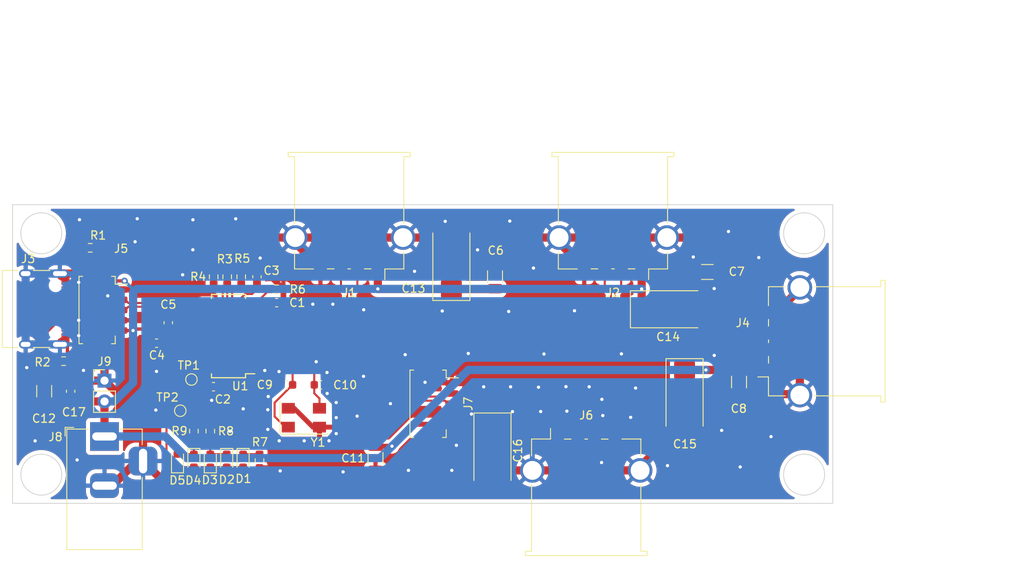
<source format=kicad_pcb>
(kicad_pcb (version 20211014) (generator pcbnew)
  (layers (0 "F.Cu" signal) (31 "B.Cu" signal) (34 "B.Paste" user) (35 "F.Paste" user) (36 "B.SilkS" user "B.Silkscreen") (37 "F.SilkS" user "F.Silkscreen") (38 "B.Mask" user) (39 "F.Mask" user) (44 "Edge.Cuts" user))
  (net 0 "")
  (net 1 "Hub_1V8")
  (net 2 "GND")
  (net 3 "Hub_3V3")
  (net 4 "VIN")
  (net 5 "Net-(C9-Pad1)")
  (net 6 "Net-(C10-Pad1)")
  (net 7 "Net-(J3-PadA5)")
  (net 8 "USB_D+")
  (net 9 "USB_D-")
  (net 11 "Net-(J3-PadB5)")
  (net 13 "USB4_D+")
  (net 14 "USB4_D-")
  (net 15 "Net-(R3-Pad2)")
  (net 16 "Net-(R4-Pad2)")
  (net 17 "Net-(R5-Pad2)")
  (net 18 "Net-(R6-Pad1)")
  (net 19 "Net-(D1-Pad1)")
  (net 20 "LED2")
  (net 21 "Net-(D2-Pad1)")
  (net 22 "LED1")
  (net 23 "Net-(D4-Pad1)")
  (net 24 "USB3_D-")
  (net 25 "USB3_D+")
  (net 26 "USB2_D-")
  (net 27 "USB2_D+")
  (net 28 "USB1_D-")
  (net 29 "USB1_D+")
  (net 30 "DRV")
  (net 32 "EESDA")
  (footprint "Capacitor_SMD:C_1206_3216Metric" (layer "F.Cu") (at 150.33 91.395 90)
    (fp_text reference "C6")
    (fp_text value "100uF/16V" hide)
  )
  (footprint "Connector_BarrelJack:BarrelJack_Horizontal" (layer "F.Cu") (at 102.7225 110.9 90)
    (fp_text reference "J8")
    (fp_text value "Power" hide)
  )
  (footprint "Capacitor_SMD:C_1206_3216Metric" (layer "F.Cu") (at 135.76 113.56 -90)
    (fp_text reference "C11")
    (fp_text value "100uF/16V" hide)
  )
  (footprint "Capacitor_SMD:C_0603_1608Metric" (layer "F.Cu") (at 98.59 105.38 90)
    (fp_text reference "C17")
    (fp_text value "100uF/16V" hide)
  )
  (footprint "Connector_USB:USB_A_TE_292303-7_Horizontal" (layer "F.Cu") (at 132.55 83.93 180)
    (fp_text reference "J1")
    (fp_text value "USB_A")
  )
  (footprint "Resistor_SMD:R_0603_1608Metric" (layer "F.Cu") (at 113.62 110.2425 -90)
    (fp_text reference "R9")
    (fp_text value "330" hide)
  )
  (footprint "Connector_USB:USB_A_TE_292303-7_Horizontal" (layer "F.Cu") (at 161.45 117.74)
    (fp_text reference "J6")
    (fp_text value "USB_A")
  )
  (footprint "Resistor_SMD:R_0603_1608Metric" (layer "F.Cu") (at 121.62 113.85 90)
    (fp_text reference "R7")
    (fp_text value "330" hide)
  )
  (footprint "Resistor_SMD:R_0603_1608Metric" (layer "F.Cu") (at 100.98 87.88)
    (fp_text reference "R1")
    (fp_text value "5.1K" hide)
  )
  (footprint "Resistor_SMD:R_0603_1608Metric" (layer "F.Cu") (at 119.39 91.41 -90)
    (fp_text reference "R5")
    (fp_text value "100K" hide)
  )
  (footprint "Capacitor_SMD:C_1206_3216Metric" (layer "F.Cu") (at 176.22 90.83)
    (fp_text reference "C7")
    (fp_text value "100uF/16V" hide)
  )
  (footprint "Resistor_SMD:R_0603_1608Metric" (layer "F.Cu") (at 115.62 110.2425 -90)
    (fp_text reference "R8")
    (fp_text value "330" hide)
  )
  (footprint "Capacitor_SMD:C_0603_1608Metric" (layer "F.Cu") (at 123.71 94.57)
    (fp_text reference "C1")
    (fp_text value "100nF/16V" hide)
  )
  (footprint "LED_SMD:LED_0603_1608Metric" (layer "F.Cu") (at 113.62 113.85 -90)
    (fp_text reference "D4")
    (fp_text value "LED" hide)
  )
  (footprint "Capacitor_SMD:C_0603_1608Metric" (layer "F.Cu") (at 124.88 104.6 180)
    (fp_text reference "C9")
    (fp_text value "22pF/50V" hide)
  )
  (footprint "Crystal:Crystal_SMD_Abracon_ABM3C-4Pin_5.0x3.2mm" (layer "F.Cu") (at 127.03 108.61)
    (fp_text reference "Y1")
    (fp_text value "Crystal_12MHz" hide)
  )
  (footprint "Connector_PinHeader_2.54mm:PinHeader_1x02_P2.54mm_Vertical" (layer "F.Cu") (at 102.7225 104.085)
    (fp_text reference "J9")
    (fp_text value "Power" hide)
  )
  (footprint "Connector_USB:USB_A_TE_292303-7_Horizontal" (layer "F.Cu") (at 164.71 83.93 180)
    (fp_text reference "J2")
    (fp_text value "USB_A")
  )
  (footprint "Resistor_SMD:R_0603_1608Metric" (layer "F.Cu") (at 117.68 91.41 -90)
    (fp_text reference "R3")
    (fp_text value "100K" hide)
  )
  (footprint "Connector_USB:USB_C_Receptacle_HRO_TYPE-C-31-M-12" (layer "F.Cu") (at 94.156249 95.345 -90)
    (fp_text reference "J3")
    (fp_text value "USB_InputPort" hide)
  )
  (footprint "Resistor_SMD:R_0603_1608Metric" (layer "F.Cu") (at 123.71 92.94)
    (fp_text reference "R6")
    (fp_text value "2.7K" hide)
  )
  (footprint "Capacitor_SMD:C_1206_3216Metric" (layer "F.Cu") (at 95.37 105.38 90)
    (fp_text reference "C12")
    (fp_text value "100uF/16V" hide)
  )
  (footprint "Capacitor_SMD:C_0603_1608Metric" (layer "F.Cu") (at 116.01 104.83)
    (fp_text reference "C2")
    (fp_text value "100nF/16V" hide)
  )
  (footprint "Connector_USB:USB_A_TE_292303-7_Horizontal" (layer "F.Cu") (at 190.195 99.285 90)
    (fp_text reference "J4")
    (fp_text value "USB_A" hide)
  )
  (footprint "Capacitor_SMD:C_0603_1608Metric" (layer "F.Cu") (at 121.31 91.41 90)
    (fp_text reference "C3")
    (fp_text value "100nF/16V" hide)
  )
  (footprint "Capacitor_SMD:C_0603_1608Metric" (layer "F.Cu") (at 109.07 99.52 180)
    (fp_text reference "C4")
    (fp_text value "100nF/16V" hide)
  )
  (footprint "LED_SMD:LED_0603_1608Metric" (layer "F.Cu") (at 119.62 113.85 -90)
    (fp_text reference "D1")
    (fp_text value "LED" hide)
  )
  (footprint "Capacitor_SMD:C_0603_1608Metric" (layer "F.Cu") (at 129.07 104.6)
    (fp_text reference "C10")
    (fp_text value "22pF/50V" hide)
  )
  (footprint "Capacitor_Tantalum_SMD:CP_EIA-7343-30_AVX-N_Pad2.25x2.55mm_HandSolder" (layer "F.Cu") (at 145.01 89.72 90)
    (fp_text reference "C13")
    (fp_text value "100uF/16V" hide)
  )
  (footprint "LED_SMD:LED_0603_1608Metric" (layer "F.Cu") (at 117.62 113.85 -90)
    (fp_text reference "D2")
    (fp_text value "LED" hide)
  )
  (footprint "LED_SMD:LED_0603_1608Metric" (layer "F.Cu") (at 111.62 113.85 90)
    (fp_text reference "D5")
    (fp_text value "LED" hide)
  )
  (footprint "LED_SMD:LED_0603_1608Metric" (layer "F.Cu") (at 115.62 113.85 90)
    (fp_text reference "D3")
    (fp_text value "LED" hide)
  )
  (footprint "Resistor_SMD:R_0603_1608Metric" (layer "F.Cu") (at 116.03 91.41 -90)
    (fp_text reference "R4")
    (fp_text value "100K" hide)
  )
  (footprint "Capacitor_Tantalum_SMD:CP_EIA-7343-30_AVX-N_Pad2.25x2.55mm_HandSolder" (layer "F.Cu") (at 173.44 105.99 -90)
    (fp_text reference "C15")
    (fp_text value "100uF/16V" hide)
  )
  (footprint "Connector_Molex:Molex_PicoBlade_53261-0571_1x05-1MP_P1.25mm_Horizontal" (layer "F.Cu") (at 142.67 106.91 -90)
    (fp_text reference "J7")
    (fp_text value "Conn_01x05_Male" hide)
  )
  (footprint "Capacitor_SMD:C_0603_1608Metric" (layer "F.Cu") (at 110.5 97.02 90)
    (fp_text reference "C5")
    (fp_text value "10uF/16V" hide)
  )
  (footprint "Capacitor_Tantalum_SMD:CP_EIA-7343-30_AVX-N_Pad2.25x2.55mm_HandSolder" (layer "F.Cu") (at 150.02 112.62 -90)
    (fp_text reference "C16")
    (fp_text value "100uF/16V" hide)
  )
  (footprint "Connector_Molex:Molex_PicoBlade_53261-0571_1x05-1MP_P1.25mm_Horizontal" (layer "F.Cu") (at 102.32 95.475 -90)
    (fp_text reference "J5")
    (fp_text value "USB_InputPort" hide)
  )
  (footprint "Resistor_SMD:R_0603_1608Metric" (layer "F.Cu") (at 97.73 101.71)
    (fp_text reference "R2")
    (fp_text value "5.1K" hide)
  )
  (footprint "TestPoint:TestPoint_Pad_D1.0mm" (layer "F.Cu") (at 113.32 103.95)
    (fp_text reference "TP1")
    (fp_text value "TestPoint" hide)
  )
  (footprint "Package_SO:SSOP-28_3.9x9.9mm_P0.635mm" (layer "F.Cu") (at 117.84 98.65 180)
    (fp_text reference "U1")
    (fp_text value "FE1.1s" hide)
  )
  (footprint "Capacitor_SMD:C_1206_3216Metric" (layer "F.Cu") (at 180.08 104.26 -90)
    (fp_text reference "C8")
    (fp_text value "100uF/16V" hide)
  )
  (footprint "TestPoint:TestPoint_Pad_D1.0mm" (layer "F.Cu") (at 111.96 107.76)
    (fp_text reference "TP2")
    (fp_text value "TestPoint" hide)
  )
  (footprint "Capacitor_Tantalum_SMD:CP_EIA-7343-30_AVX-N_Pad2.25x2.55mm_HandSolder" (layer "F.Cu") (at 171.42 95.38)
    (fp_text reference "C14")
    (fp_text value "100uF/16V" hide)
  )
  (gr_line locked (start 191.515 82.61) (end 191.515 119.06) (layer "Edge.Cuts") (width 0.1))
  (gr_circle (center 95.015 115.56) (end 97.515 115.56) (layer "Edge.Cuts") (width 0.1) (fill none))
  (gr_line locked (start 91.515 119.06) (end 191.515 119.06) (layer "Edge.Cuts") (width 0.1))
  (gr_circle (center 188.015 86.11) (end 190.515 86.11) (layer "Edge.Cuts") (width 0.1) (fill none))
  (gr_circle (center 188.015 115.56) (end 190.515 115.56) (layer "Edge.Cuts") (width 0.1) (fill none))
  (gr_line locked (start 91.515 82.61) (end 91.515 119.06) (layer "Edge.Cuts") (width 0.1))
  (gr_circle (center 95.015 86.11) (end 97.515 86.11) (layer "Edge.Cuts") (width 0.1) (fill none))
  (gr_line locked (start 91.515 82.61) (end 191.515 82.61) (layer "Edge.Cuts") (width 0.1))
  (segment (start 117.98 97.58) (end 117.98 100.79) (width 0.25) (layer "F.Cu") (net 1))
  (segment (start 117.98 100.79) (end 115.9925 102.7775) (width 0.25) (layer "F.Cu") (net 1))
  (segment (start 120.44 95.7925) (end 119.7675 95.7925) (width 0.25) (layer "F.Cu") (net 1))
  (segment (start 120.44 95.7925) (end 121.7125 95.7925) (width 0.25) (layer "F.Cu") (net 1))
  (segment (start 115.235 104.83) (end 115.235 102.7825) (width 0.25) (layer "F.Cu") (net 1))
  (segment (start 121.7125 95.7925) (end 122.935 94.57) (width 0.25) (layer "F.Cu") (net 1))
  (segment (start 119.7675 95.7925) (end 117.98 97.58) (width 0.25) (layer "F.Cu") (net 1))
  (segment (start 115.235 102.7825) (end 115.24 102.7775) (width 0.25) (layer "F.Cu") (net 1))
  (segment (start 115.9925 102.7775) (end 115.24 102.7775) (width 0.25) (layer "F.Cu") (net 1))
  (segment (start 98.201249 98.598751) (end 98.201249 98.595) (width 0.6) (layer "F.Cu") (net 2))
  (segment (start 121.31 90.635) (end 122.23 90.635) (width 0.7) (layer "F.Cu") (net 2))
  (segment (start 177.695 92.305) (end 177.695 90.83) (width 1) (layer "F.Cu") (net 2))
  (segment (start 101.82 90.425) (end 99.825 90.425) (width 1) (layer "F.Cu") (net 2))
  (segment (start 107.495 92.975) (end 111.23 89.24) (width 0.7) (layer "F.Cu") (net 2))
  (segment (start 103.15 93.74) (end 103.915 92.975) (width 0.6) (layer "F.Cu") (net 2))
  (segment (start 177.695 90.83) (end 177.695 90.845) (width 1) (layer "F.Cu") (net 2))
  (segment (start 99.825 90.425) (end 99.225 91.025) (width 1) (layer "F.Cu") (net 2))
  (segment (start 185.275 95.785) (end 187.495 98.005) (width 1) (layer "F.Cu") (net 2))
  (segment (start 129.845 104.6) (end 129.845 103.095) (width 0.6) (layer "F.Cu") (net 2))
  (segment (start 128.93 109.76) (end 128.93 111.4) (width 0.6) (layer "F.Cu") (net 2))
  (segment (start 148.43 89.92) (end 150.33 89.92) (width 1) (layer "F.Cu") (net 2))
  (segment (start 187.375 105.735) (end 187.495 105.855) (width 1) (layer "F.Cu") (net 2))
  (segment (start 99.575 96.72) (end 99.58 96.725) (width 0.25) (layer "F.Cu") (net 2))
  (segment (start 179.145 92.295) (end 182.635 95.785) (width 1) (layer "F.Cu") (net 2))
  (segment (start 107.4225 113.9) (end 107.4225 108.785) (width 1) (layer "F.Cu") (net 2))
  (segment (start 99.575 92.095) (end 100.15 92.095) (width 0.4) (layer "F.Cu") (net 2))
  (segment (start 179.135 92.305) (end 179.145 92.295) (width 1) (layer "F.Cu") (net 2))
  (segment (start 151.64 115.04) (end 150.8 115.04) (width 1) (layer "F.Cu") (net 2))
  (segment (start 171.3 86.63) (end 171.28 86.63) (width 1) (layer "F.Cu") (net 2))
  (segment (start 130.97 106.76) (end 130.97 108.6) (width 0.6) (layer "F.Cu") (net 2))
  (segment (start 125.98 86.63) (end 113.25 86.63) (width 1) (layer "F.Cu") (net 2))
  (segment (start 122.63 110.04) (end 122.63 107.64) (width 0.6) (layer "F.Cu") (net 2))
  (segment (start 164.97 115.04) (end 164.01 115.04) (width 1) (layer "F.Cu") (net 2))
  (segment (start 182.635 95.785) (end 183.815 95.785) (width 1) (layer "F.Cu") (net 2))
  (segment (start 122.23 90.635) (end 124.535 92.94) (width 0.7) (layer "F.Cu") (net 2))
  (segment (start 124.1 103.08) (end 124 102.98) (width 0.6) (layer "F.Cu") (net 2))
  (segment (start 145.065 115.035) (end 139.775 115.035) (width 1) (layer "F.Cu") (net 2))
  (segment (start 106.66 113.9) (end 103.66 116.9) (width 1) (layer "F.Cu") (net 2))
  (segment (start 97.286249 99.513751) (end 98.201249 98.598751) (width 0.6) (layer "F.Cu") (net 2))
  (segment (start 139.12 86.63) (end 144.9 86.63) (width 1) (layer "F.Cu") (net 2))
  (segment (start 129.865 105.655) (end 130.97 106.76) (width 0.6) (layer "F.Cu") (net 2))
  (segment (start 121.62 114.675) (end 121.62 116.46) (width 0.25) (layer "F.Cu") (net 2))
  (segment (start 124.105 104.6) (end 124.105 103.085) (width 0.6) (layer "F.Cu") (net 2))
  (segment (start 110.27 86.63) (end 106.475 90.425) (width 1) (layer "F.Cu") (net 2))
  (segment (start 171.28 86.63) (end 173.495 86.63) (width 1) (layer "F.Cu") (net 2))
  (segment (start 150.8 115.04) (end 150.02 115.82) (width 1) (layer "F.Cu") (net 2))
  (segment (start 158.14 87.24) (end 161.21 90.31) (width 1) (layer "F.Cu") (net 2))
  (segment (start 145.01 86.52) (end 145.03 86.52) (width 1) (layer "F.Cu") (net 2))
  (segment (start 158.14 86.63) (end 158.14 87.24) (width 1) (layer "F.Cu") (net 2))
  (segment (start 111.23 89.24) (end 119.915 89.24) (width 0.7) (layer "F.Cu") (net 2))
  (segment (start 101.805 87.88) (end 101.805 90.41) (width 0.4) (layer "F.Cu") (net 2))
  (segment (start 125.13 107.46) (end 125.84 107.46) (width 0.6) (layer "F.Cu") (net 2))
  (segment (start 164.01 115.04) (end 158.02 115.04) (width 1) (layer "F.Cu") (net 2))
  (segment (start 103.66 116.9) (end 102.7225 116.9) (width 1) (layer "F.Cu") (net 2))
  (segment (start 97.286249 91.18) (end 98.201249 92.095) (width 0.6) (layer "F.Cu") (net 2))
  (segment (start 128.9 111.43) (end 127.07 111.43) (width 0.6) (layer "F.Cu") (net 2))
  (segment (start 100.15 92.095) (end 101.82 90.425) (width 0.4) (layer "F.Cu") (net 2))
  (segment (start 135.39 115.04) (end 133.95 116.48) (width 1) (layer "F.Cu") (net 2))
  (segment (start 129.845 105.635) (end 129.865 105.655) (width 0.6) (layer "F.Cu") (net 2))
  (segment (start 150.36 86.63) (end 145.12 86.63) (width 1) (layer "F.Cu") (net 2))
  (segment (start 95.55 104.085) (end 95.37 103.905) (width 1) (layer "F.Cu") (net 2))
  (segment (start 145.03 86.52) (end 148.43 89.92) (width 1) (layer "F.Cu") (net 2))
  (segment (start 104.686249 92.975) (end 107.495 92.975) (width 0.7) (layer "F.Cu") (net 2))
  (segment (start 144.9 86.63) (end 145.01 86.52) (width 1) (layer "F.Cu") (net 2))
  (segment (start 129.03 90.31) (end 125.98 87.26) (width 1) (layer "F.Cu") (net 2))
  (segment (start 101.505 100.525) (end 101.82 100.525) (width 0.4) (layer "F.Cu") (net 2))
  (segment (start 139.775 115.035) (end 135.76 115.035) (width 1) (layer "F.Cu") (net 2))
  (segment (start 104.83 99.52) (end 108.295 99.52) (width 0.4) (layer "F.Cu") (net 2))
  (segment (start 98.555 100.895) (end 98.201249 100.541249) (width 0.4) (layer "F.Cu") (net 2))
  (segment (start 122.63 107.64) (end 122.63 106.075) (width 0.6) (layer "F.Cu") (net 2))
  (segment (start 173.495 86.63) (end 177.695 90.83) (width 1) (layer "F.Cu") (net 2))
  (segment (start 123.87 102.85) (end 122.26 102.85) (width 0.6) (layer "F.Cu") (net 2))
  (segment (start 125.84 107.46) (end 128.14 109.76) (width 0.6) (layer "F.Cu") (net 2))
  (segment (start 180.08 105.735) (end 187.375 105.735) (width 1) (layer "F.Cu") (net 2))
  (segment (start 184.615 95.785) (end 187.495 92.905) (width 1) (layer "F.Cu") (net 2))
  (segment (start 180.08 105.735) (end 176.895 105.735) (width 1) (layer "F.Cu") (net 2))
  (segment (start 106.475 90.425) (end 101.82 90.425) (width 1) (layer "F.Cu") (net 2))
  (segment (start 124.535 92.94) (end 124.535 94.52) (width 0.7) (layer "F.Cu") (net 2))
  (segment (start 130.09 111.43) (end 128.9 111.43) (width 0.6) (layer "F.Cu") (net 2))
  (segment (start 167.57 115.04) (end 165.91 115.04) (width 1) (layer "F.Cu") (net 2))
  (segment (start 119.915 89.24) (end 121.31 90.635) (width 0.7) (layer "F.Cu") (net 2))
  (segment (start 113.25 86.63) (end 110.27 86.63) (width 1) (layer "F.Cu") (net 2))
  (segment (start 187.495 98.005) (end 187.495 105.855) (width 1) (layer "F.Cu") (net 2))
  (segment (start 164.95 111.36) (end 164.95 114.08) (width 0.7) (layer "F.Cu") (net 2))
  (segment (start 139.12 86.63) (end 125.98 86.63) (width 1) (layer "F.Cu") (net 2))
  (segment (start 147.46 115.035) (end 145.065 115.035) (width 1) (layer "F.Cu") (net 2))
  (segment (start 158.14 86.63) (end 171.28 86.63) (width 1) (layer "F.Cu") (net 2))
  (segment (start 174.62 95.38) (end 175.025 95.785) (width 1) (layer "F.Cu") (net 2))
  (segment (start 99.575 98.595) (end 98.201249 98.595) (width 0.4) (layer "F.Cu") (net 2))
  (segment (start 103.915 92.975) (end 104.72 92.975) (width 0.6) (layer "F.Cu") (net 2))
  (segment (start 99.575 98.595) (end 101.505 100.525) (width 0.4) (layer "F.Cu") (net 2))
  (segment (start 124 102.98) (end 123.87 102.85) (width 0.6) (layer "F.Cu") (net 2))
  (segment (start 104.72 96.725) (end 108.435 96.725) (width 0.4) (layer "F.Cu") (net 2))
  (segment (start 122.6825 106.0225) (end 124.105 104.6) (width 0.6) (layer "F.Cu") (net 2))
  (segment (start 164.95 114.1) (end 164.01 115.04) (width 0.7) (layer "F.Cu") (net 2))
  (segment (start 130.97 108.6) (end 130.97 109.92) (width 0.6) (layer "F.Cu") (net 2))
  (segment (start 98.201249 92.095) (end 99.575 92.095) (width 0.6) (layer "F.Cu") (net 2))
  (segment (start 129.05 90.31) (end 129.03 90.31) (width 1) (layer "F.Cu") (net 2))
  (segment (start 176.895 105.735) (end 173.44 109.19) (width 1) (layer "F.Cu") (net 2))
  (segment (start 164.95 115.02) (end 164.97 115.04) (width 0.7) (layer "F.Cu") (net 2))
  (segment (start 101.82 100.525) (end 103.825 100.525) (width 0.4) (layer "F.Cu") (net 2))
  (segment (start 129.845 103.095) (end 128.53 101.78) (width 0.6) (layer "F.Cu") (net 2))
  (segment (start 151.635 115.035) (end 151.64 115.04) (width 1) (layer "F.Cu") (net 2))
  (segment (start 149.235 115.035) (end 148.635 115.035) (width 1) (layer "F.Cu") (net 2))
  (segment (start 101.805 90.41) (end 101.82 90.425) (width 0.25) (layer "F.Cu") (net 2))
  (segment (start 158.14 86.63) (end 150.36 86.63) (width 1) (layer "F.Cu") (net 2))
  (segment (start 102.7225 104.085) (end 95.55 104.085) (width 1) (layer "F.Cu") (net 2))
  (segment (start 98.555 101.71) (end 98.555 100.895) (width 0.4) (layer "F.Cu") (net 2))
  (segment (start 124.535 94.52) (end 124.485 94.57) (width 0.7) (layer "F.Cu") (net 2))
  (segment (start 99.58 96.725) (end 104.686249 96.725) (width 0.4) (layer "F.Cu") (net 2))
  (segment (start 128.93 111.4) (end 128.9 111.43) (width 0.6) (layer "F.Cu") (net 2))
  (segment (start 183.815 95.785) (end 185.275 95.785) (width 1) (layer "F.Cu") (net 2))
  (segment (start 165.91 115.04) (end 164.97 115.04) (width 1) (layer "F.Cu") (net 2))
  (segment (start 98.201249 92.095) (end 98.201249 91.94) (width 0.4) (layer "F.Cu") (net 2))
  (segment (start 128.14 109.76) (end 128.93 109.76) (width 0.6) (layer "F.Cu") (net 2))
  (segment (start 164.95 114.08) (end 165.91 115.04) (width 0.7) (layer "F.Cu") (net 2))
  (segment (start 148.635 115.035) (end 151.635 115.035) (width 1) (layer "F.Cu") (net 2))
  (segment (start 155.18 115.04) (end 158.02 115.04) (width 1) (layer "F.Cu") (net 2))
  (segment (start 174.62 95.38) (end 177.695 92.305) (width 1) (layer "F.Cu") (net 2))
  (segment (start 164.95 114.08) (end 164.95 114.1) (width 0.7) (layer "F.Cu") (net 2))
  (segment (start 108.435 96.725) (end 108.915 96.245) (width 0.4) (layer "F.Cu") (net 2))
  (segment (start 107.4225 113.9) (end 106.66 113.9) (width 1) (layer "F.Cu") (net 2))
  (segment (start 110.0025 116.48) (end 107.4225 113.9) (width 1) (layer "F.Cu") (net 2))
  (segment (start 97.286249 91.025) (end 97.286249 91.18) (width 0.4) (layer "F.Cu") (net 2))
  (segment (start 187.495 92.905) (end 187.495 92.715) (width 1) (layer "F.Cu") (net 2))
  (segment (start 103.825 100.525) (end 104.83 99.52) (width 0.4) (layer "F.Cu") (net 2))
  (segment (start 171.81 87.16) (end 171.28 86.63) (width 0.25) (layer "F.Cu") (net 2))
  (segment (start 177.695 92.305) (end 179.135 92.305) (width 1) (layer "F.Cu") (net 2))
  (segment (start 124.02 111.43) (end 122.63 110.04) (width 0.6) (layer "F.Cu") (net 2))
  (segment (start 127.07 111.43) (end 124.02 111.43) (width 0.6) (layer "F.Cu") (net 2))
  (segment (start 125.98 87.26) (end 125.98 86.63) (width 1) (layer "F.Cu") (net 2))
  (segment (start 103.12 93.74) (end 103.15 93.74) (width 0.4) (layer "F.Cu") (net 2))
  (segment (start 99.225 91.025) (end 97.286249 91.025) (width 1) (layer "F.Cu") (net 2))
  (segment (start 108.915 96.245) (end 110.5 96.245) (width 0.4) (layer "F.Cu") (net 2))
  (segment (start 173.44 109.19) (end 173.42 109.19) (width 1) (layer "F.Cu") (net 2))
  (segment (start 150.02 115.82) (end 149.235 115.035) (width 1) (layer "F.Cu") (net 2))
  (segment (start 122.63 106.075) (end 122.6825 106.0225) (width 0.6) (layer "F.Cu") (net 2))
  (segment (start 148.635 115.035) (end 147.46 115.035) (width 1) (layer "F.Cu") (net 2))
  (segment (start 107.4225 108.785) (end 102.7225 104.085) (width 1) (layer "F.Cu") (net 2))
  (segment (start 98.201249 100.541249) (end 98.201249 98.595) (width 0.4) (layer "F.Cu") (net 2))
  (segment (start 183.815 95.785) (end 184.615 95.785) (width 1) (layer "F.Cu") (net 2))
  (segment (start 173.42 109.19) (end 167.57 115.04) (width 1) (layer "F.Cu") (net 2))
  (segment (start 128.93 109.76) (end 130.81 109.76) (width 0.6) (layer "F.Cu") (net 2))
  (segment (start 145.07 104.41) (end 162.72 104.41) (width 0.7) (layer "F.Cu") (net 2))
  (segment (start 97.286249 99.665) (end 97.286249 99.513751) (width 0.6) (layer "F.Cu") (net 2))
  (segment (start 145.12 86.63) (end 145.01 86.52) (width 1) (layer "F.Cu") (net 2))
  (segment (start 145.07 108.16) (end 147.46 108.16) (width 0.6) (layer "F.Cu") (net 2))
  (segment (start 164.95 106.64) (end 164.95 111.36) (width 0.7) (layer "F.Cu") (net 2))
  (segment (start 162.72 104.41) (end 164.95 106.64) (width 0.7) (layer "F.Cu") (net 2))
  (segment (start 129.845 104.6) (end 129.845 105.635) (width 0.6) (layer "F.Cu") (net 2))
  (segment (start 130.81 109.76) (end 130.97 109.92) (width 0.6) (layer "F.Cu") (net 2))
  (segment (start 133.95 116.48) (end 121.64 116.48) (width 1) (layer "F.Cu") (net 2))
  (segment (start 164.95 114.08) (end 164.95 115.02) (width 0.7) (layer "F.Cu") (net 2))
  (segment (start 130.97 109.92) (end 130.97 110.55) (width 0.6) (layer "F.Cu") (net 2))
  (segment (start 102.7225 104.085) (end 102.7225 101.4275) (width 1) (layer "F.Cu") (net 2))
  (segment (start 121.64 116.48) (end 110.0025 116.48) (width 1) (layer "F.Cu") (net 2))
  (segment (start 121.62 116.46) (end 121.64 116.48) (width 0.25) (layer "F.Cu") (net 2))
  (segment (start 124.105 103.085) (end 124.1 103.08) (width 0.6) (layer "F.Cu") (net 2))
  (segment (start 177.695 90.845) (end 179.145 92.295) (width 1) (layer "F.Cu") (net 2))
  (segment (start 130.97 110.55) (end 130.09 111.43) (width 0.6) (layer "F.Cu") (net 2))
  (segment (start 102.7225 101.4275) (end 101.82 100.525) (width 1) (layer "F.Cu") (net 2))
  (segment (start 154.88 115.04) (end 151.64 115.04) (width 1) (layer "F.Cu") (net 2))
  (via (at 99.575 96.72) (size 0.8) (drill 0.4) (layers "F.Cu" "B.Cu") (net 2))
  (via (at 94.26 111.44) (size 0.8) (drill 0.4) (layers "F.Cu" "B.Cu") (net 2))
  (via (at 177.06 101.01) (size 0.8) (drill 0.4) (layers "F.Cu" "B.Cu") (net 2))
  (via (at 130.97 106.76) (size 0.8) (drill 0.4) (layers "F.Cu" "B.Cu") (net 2))
  (via (at 113.5 84.46) (size 0.8) (drill 0.4) (layers "F.Cu" "B.Cu") (net 2))
  (via (at 177.96 110.16) (size 0.8) (drill 0.4) (layers "F.Cu" "B.Cu") (net 2))
  (via (at 122.63 107.64) (size 0.8) (drill 0.4) (layers "F.Cu" "B.Cu") (net 2))
  (via (at 129.865 105.655) (size 0.8) (drill 0.4) (layers "F.Cu" "B.Cu") (net 2))
  (via (at 147.46 108.16) (size 0.8) (drill 0.4) (layers "F.Cu" "B.Cu") (net 2))
  (via (at 182.49 89.07) (size 0.8) (drill 0.4) (layers "F.Cu" "B.Cu") (net 2))
  (via (at 119.63 107.53) (size 0.8) (drill 0.4) (layers "F.Cu" "B.Cu") (net 2))
  (via (at 152.46 107.87) (size 0.8) (drill 0.4) (layers "F.Cu" "B.Cu") (net 2))
  (via (at 143.9 95.59) (size 0.8) (drill 0.4) (layers "F.Cu" "B.Cu") (net 2))
  (via (at 166.87 108.57) (size 0.8) (drill 0.4) (layers "F.Cu" "B.Cu") (net 2))
  (via (at 103.12 93.74) (size 0.8) (drill 0.4) (layers "F.Cu" "B.Cu") (net 2))
  (via (at 122.26 102.85) (size 0.8) (drill 0.4) (layers "F.Cu" "B.Cu") (net 2))
  (via (at 183.98 110.92) (size 0.8) (drill 0.4) (layers "F.Cu" "B.Cu") (net 2))
  (via (at 118.72 84.34) (size 0.8) (drill 0.4) (layers "F.Cu" "B.Cu") (net 2))
  (via (at 160.02 95.56) (size 0.8) (drill 0.4) (layers "F.Cu" "B.Cu") (net 2))
  (via (at 139.38 100.92) (size 0.8) (drill 0.4) (layers "F.Cu" "B.Cu") (net 2))
  (via (at 121.7 89.13) (size 0.8) (drill 0.4) (layers "F.Cu" "B.Cu") (net 2))
  (via (at 156.3 100.84) (size 0.8) (drill 0.4) (layers "F.Cu" "B.Cu") (net 2))
  (via (at 163.36 106.37) (size 0.8) (drill 0.4) (layers "F.Cu" "B.Cu") (net 2))
  (via (at 131.81 115.22) (size 0.8) (drill 0.4) (layers "F.Cu" "B.Cu") (net 2))
  (via (at 174.5 89) (size 0.8) (drill 0.4) (layers "F.Cu" "B.Cu") (net 2))
  (via (at 137.58 106.9) (size 0.8) (drill 0.4) (layers "F.Cu" "B.Cu") (net 2))
  (via (at 130.97 110.55) (size 0.8) (drill 0.4) (layers "F.Cu" "B.Cu") (net 2))
  (via (at 177.05 92.85) (size 0.8) (drill 0.4) (layers "F.Cu" "B.Cu") (net 2))
  (via (at 148.2 88.13) (size 0.8) (drill 0.4) (layers "F.Cu" "B.Cu") (net 2))
  (via (at 108.98 107.68) (size 0.8) (drill 0.4) (layers "F.Cu" "B.Cu") (net 2))
  (via (at 106.45 87.14) (size 0.8) (drill 0.4) (layers "F.Cu" "B.Cu") (net 2))
  (via (at 99.575 92.095) (size 0.8) (drill 0.4) (layers "F.Cu" "B.Cu") (net 2))
  (via (at 145.62 111.98) (size 0.8) (drill 0.4) (layers "F.Cu" "B.Cu") (net 2))
  (via (at 93.24 102.5) (size 0.8) (drill 0.4) (layers "F.Cu" "B.Cu") (net 2))
  (via (at 152 95.65) (size 0.8) (drill 0.4) (layers "F.Cu" "B.Cu") (net 2))
  (via (at 152.13 84.62) (size 0.8) (drill 0.4) (layers "F.Cu" "B.Cu") (net 2))
  (via (at 99.38 113.76) (size 0.8) (drill 0.4) (layers "F.Cu" "B.Cu") (net 2))
  (via (at 122.6825 106.0225) (size 0.8) (drill 0.4) (layers "F.Cu" "B.Cu") (net 2))
  (via (at 161.81 104.84) (size 0.8) (drill 0.4) (layers "F.Cu" "B.Cu") (net 2))
  (via (at 139.775 115.035) (size 0.8) (drill 0.4) (layers "F.Cu" "B.Cu") (net 2))
  (via (at 133.52 108.42) (size 0.8) (drill 0.4) (layers "F.Cu" "B.Cu") (net 2))
  (via (at 124 102.98) (size 0.8) (drill 0.4) (layers "F.Cu" "B.Cu") (net 2))
  (via (at 128.53 101.78) (size 0.8) (drill 0.4) (layers "F.Cu" "B.Cu") (net 2))
  (via (at 147.07 100.77) (size 0.8) (drill 0.4) (layers "F.Cu" "B.Cu") (net 2))
  (via (at 155.02 90.35) (size 0.8) (drill 0.4) (layers "F.Cu" "B.Cu") (net 2))
  (via (at 99.67 84.45) (size 0.8) (drill 0.4) (layers "F.Cu" "B.Cu") (net 2))
  (via (at 178.79 85.89) (size 0.8) (drill 0.4) (layers "F.Cu" "B.Cu") (net 2))
  (via (at 106.71 84.33) (size 0.8) (drill 0.4) (layers "F.Cu" "B.Cu") (net 2))
  (via (at 127.07 111.43) (size 0.8) (drill 0.4) (layers "F.Cu" "B.Cu") (net 2))
  (via (at 141.8 104.29) (size 0.8) (drill 0.4) (layers "F.Cu" "B.Cu") (net 2))
  (via (at 134.3 103.56) (size 0.8) (drill 0.4) (layers "F.Cu" "B.Cu") (net 2))
  (via (at 140.52 90.75) (size 0.8) (drill 0.4) (layers "F.Cu" "B.Cu") (net 2))
  (via (at 134.32 95.44) (size 0.8) (drill 0.4) (layers "F.Cu" "B.Cu") (net 2))
  (via (at 171.36 114.46) (size 0.8) (drill 0.4) (layers "F.Cu" "B.Cu") (net 2))
  (via (at 163.32 114.08) (size 0.8) (drill 0.4) (layers "F.Cu" "B.Cu") (net 2))
  (via (at 130.09 111.43) (size 0.8) (drill 0.4) (layers "F.Cu" "B.Cu") (net 2))
  (via (at 109.06 102.96) (size 0.8) (drill 0.4) (layers "F.Cu" "B.Cu") (net 2))
  (via (at 128.12 94.76) (size 0.8) (drill 0.4) (layers "F.Cu" "B.Cu") (net 2))
  (via (at 112.25 91.17) (size 0.8) (drill 0.4) (layers "F.Cu" "B.Cu") (net 2))
  (via (at 124.14 115.1) (size 0.8) (drill 0.4) (layers "F.Cu" "B.Cu") (net 2))
  (via (at 148.95 104.84) (size 0.8) (drill 0.4) (layers "F.Cu" "B.Cu") (net 2))
  (via (at 130.56 94.76) (size 0.8) (drill 0.4) (layers "F.Cu" "B.Cu") (net 2))
  (via (at 159.09 107.81) (size 0.8) (drill 0.4) (layers "F.Cu" "B.Cu") (net 2))
  (via (at 115.79 106.49) (size 0.8) (drill 0.4) (layers "F.Cu" "B.Cu") (net 2))
  (via (at 124.02 111.43) (size 0.8) (drill 0.4) (layers "F.Cu" "B.Cu") (net 2))
  (via (at 152.23 104.84) (size 0.8) (drill 0.4) (layers "F.Cu" "B.Cu") (net 2))
  (via (at 144.26 84.65) (size 0.8) (drill 0.4) (layers "F.Cu" "B.Cu") (net 2))
  (via (at 155.9 107.86) (size 0.8) (drill 0.4) (layers "F.Cu" "B.Cu") (net 2))
  (via (at 145.065 115.035) (size 0.8) (drill 0.4) (layers "F.Cu" "B.Cu") (net 2))
  (via (at 180.22 114.62) (size 0.8) (drill 0.4) (layers "F.Cu" "B.Cu") (net 2))
  (via (at 129.845 103.095) (size 0.8) (drill 0.4) (layers "F.Cu" "B.Cu") (net 2))
  (via (at 118.03 110.26) (size 0.8) (drill 0.4) (layers "F.Cu" "B.Cu") (net 2))
  (via (at 122.63 110.04) (size 0.8) (drill 0.4) (layers "F.Cu" "B.Cu") (net 2))
  (via (at 163.47 108.35) (size 0.8) (drill 0.4) (layers "F.Cu" "B.Cu") (net 2))
  (via (at 130.97 108.6) (size 0.8) (drill 0.4) (layers "F.Cu" "B.Cu") (net 2))
  (via (at 155.63 104.89) (size 0.8) (drill 0.4) (layers "F.Cu" "B.Cu") (net 2))
  (via (at 113.49 88.12) (size 0.8) (drill 0.4) (layers "F.Cu" "B.Cu") (net 2))
  (via (at 167.47 104.99) (size 0.8) (drill 0.4) (layers "F.Cu" "B.Cu") (net 2))
  (via (at 100.16 102.84) (size 0.8) (drill 0.4) (layers "F.Cu" "B.Cu") (net 2))
  (via (at 99.575 98.595) (size 0.8) (drill 0.4) (layers "F.Cu" "B.Cu") (net 2))
  (via (at 158.98 104.82) (size 0.8) (drill 0.4) (layers "F.Cu" "B.Cu") (net 2))
  (via (at 165.74 100.82) (size 0.8) (drill 0.4) (layers "F.Cu" "B.Cu") (net 2))
  (segment (start 147.46 108.16) (end 152.87 108.16) (width 0.6) (layer "B.Cu") (net 2))
  (segment (start 99.575 92.095) (end 99.575 92.085) (width 0.4) (layer "B.Cu") (net 2))
  (segment (start 98.515 91.025) (end 97.286249 91.025) (width 0.6) (layer "B.Cu") (net 2))
  (segment (start 99.575 92.085) (end 98.515 91.025) (width 0.6) (layer "B.Cu") (net 2))
  (segment (start 101.22 93.74) (end 99.575 92.095) (width 0.6) (layer "B.Cu") (net 2))
  (segment (start 99.575 98.595) (end 99.575 96.72) (width 0.4) (layer "B.Cu") (net 2))
  (segment (start 97.286249 91.025) (end 93.106249 91.025) (width 1) (layer "B.Cu") (net 2))
  (segment (start 99.575 96.72) (end 99.575 92.095) (width 0.4) (layer "B.Cu") (net 2))
  (segment (start 154.88 110.17) (end 154.88 115.04) (width 0.6) (layer "B.Cu") (net 2))
  (segment (start 93.106249 91.025) (end 93.106249 99.665) (width 1) (layer "B.Cu") (net 2))
  (segment (start 93.106249 99.665) (end 97.286249 99.665) (width 1) (layer "B.Cu") (net 2))
  (segment (start 103.12 93.74) (end 101.22 93.74) (width 0.6) (layer "B.Cu") (net 2))
  (segment (start 152.87 108.16) (end 154.88 110.17) (width 0.6) (layer "B.Cu") (net 2))
  (segment (start 119.28 94.96) (end 119.28 95.44) (width 0.25) (layer "F.Cu") (net 3))
  (segment (start 117.34 98.25) (end 117.34 98.79) (width 0.25) (layer "F.Cu") (net 3))
  (segment (start 110.95 99.52) (end 112.1375 98.3325) (width 0.25) (layer "F.Cu") (net 3))
  (segment (start 121.31 92.185) (end 121.31 92.92) (width 0.25) (layer "F.Cu") (net 3))
  (segment (start 109.845 99.52) (end 110.95 99.52) (width 0.25) (layer "F.Cu") (net 3))
  (segment (start 116.03 90.585) (end 117.68 90.585) (width 0.25) (layer "F.Cu") (net 3))
  (segment (start 117.68 90.585) (end 119.39 90.585) (width 0.25) (layer "F.Cu") (net 3))
  (segment (start 119.5625 95.1575) (end 119.4775 95.1575) (width 0.25) (layer "F.Cu") (net 3))
  (segment (start 117.34 98.74) (end 116.9325 98.3325) (width 0.25) (layer "F.Cu") (net 3))
  (segment (start 119.28 95.44) (end 117.34 97.38) (width 0.25) (layer "F.Cu") (net 3))
  (segment (start 116.9375 98.3325) (end 117.34 97.93) (width 0.25) (layer "F.Cu") (net 3))
  (segment (start 119.4775 95.1575) (end 119.28 94.96) (width 0.25) (layer "F.Cu") (net 3))
  (segment (start 119.28 94.1) (end 119.28 94.96) (width 0.25) (layer "F.Cu") (net 3))
  (segment (start 116.9375 98.3325) (end 117.2575 98.3325) (width 0.25) (layer "F.Cu") (net 3))
  (segment (start 120.44 95.1575) (end 119.5625 95.1575) (width 0.25) (layer "F.Cu") (net 3))
  (segment (start 119.87 93.51) (end 119.28 94.1) (width 0.25) (layer "F.Cu") (net 3))
  (segment (start 120.72 93.51) (end 119.87 93.51) (width 0.25) (layer "F.Cu") (net 3))
  (segment (start 115.24 101.5075) (end 116.5025 101.5075) (width 0.25) (layer "F.Cu") (net 3))
  (segment (start 116.9325 98.3325) (end 116.9375 98.3325) (width 0.25) (layer "F.Cu") (net 3))
  (segment (start 119.71 90.585) (end 121.31 92.185) (width 0.25) (layer "F.Cu") (net 3))
  (segment (start 116.5025 101.5075) (end 117.34 100.67) (width 0.25) (layer "F.Cu") (net 3))
  (segment (start 117.34 97.93) (end 117.34 98.25) (width 0.25) (layer "F.Cu") (net 3))
  (segment (start 117.34 98.79) (end 117.34 98.74) (width 0.25) (layer "F.Cu") (net 3))
  (segment (start 119.39 90.585) (end 119.71 90.585) (width 0.25) (layer "F.Cu") (net 3))
  (segment (start 117.2575 98.3325) (end 117.34 98.25) (width 0.25) (layer "F.Cu") (net 3))
  (segment (start 112.1375 98.3325) (end 115.24 98.3325) (width 0.25) (layer "F.Cu") (net 3))
  (segment (start 117.34 100.67) (end 117.34 98.79) (width 0.25) (layer "F.Cu") (net 3))
  (segment (start 119.5625 95.1575) (end 119.28 95.44) (width 0.25) (layer "F.Cu") (net 3))
  (segment (start 121.31 92.92) (end 120.72 93.51) (width 0.25) (layer "F.Cu") (net 3))
  (segment (start 116.9325 98.3325) (end 115.24 98.3325) (width 0.25) (layer "F.Cu") (net 3))
  (segment (start 117.34 97.38) (end 117.34 97.93) (width 0.25) (layer "F.Cu") (net 3))
  (segment (start 105.16 91.92) (end 103.384238 91.92) (width 0.4) (layer "F.Cu") (net 4))
  (segment (start 106.39 97.79) (end 110.495 97.79) (width 0.4) (layer "F.Cu") (net 4))
  (segment (start 102.7225 106.625) (end 95.6 106.625) (width 1) (layer "F.Cu") (net 4))
  (segment (start 106.205 97.975) (end 106.39 97.79) (width 0.4) (layer "F.Cu") (net 4))
  (segment (start 136.045 90.315) (end 136.05 90.31) (width 0.4) (layer "F.Cu") (net 4))
  (segment (start 95.6 106.625) (end 95.37 106.855) (width 1) (layer "F.Cu") (net 4))
  (segment (start 101.235 97.795) (end 99.745 97.795) (width 0.4) (layer "F.Cu") (net 4))
  (segment (start 136.045 92.895) (end 136.045 90.315) (width 1) (layer "F.Cu") (net 4))
  (segment (start 150.01 109.41) (end 145.07 109.41) (width 0.6) (layer "F.Cu") (net 4))
  (segment (start 180.08 102.785) (end 176.035 102.785) (width 1) (layer "F.Cu") (net 4))
  (segment (start 102.7225 110.9) (end 102.7225 106.625) (width 1) (layer "F.Cu") (net 4))
  (segment (start 137.76 112.09) (end 140.44 109.41) (width 0.6) (layer "F.Cu") (net 4))
  (segment (start 104.686249 97.975) (end 101.415 97.975) (width 0.4) (layer "F.Cu") (net 4))
  (segment (start 104.686249 97.975) (end 106.205 97.975) (width 0.4) (layer "F.Cu") (net 4))
  (segment (start 140.44 109.41) (end 145.07 109.41) (width 0.6) (layer "F.Cu") (net 4))
  (segment (start 183.815 102.785) (end 180.08 102.785) (width 1) (layer "F.Cu") (net 4))
  (segment (start 176.035 102.785) (end 173.445 102.785) (width 1) (layer "F.Cu") (net 4))
  (segment (start 156.01 109.42) (end 157.95 111.36) (width 0.6) (layer "F.Cu") (net 4))
  (segment (start 110.5975 97.6975) (end 115.24 97.6975) (width 0.4) (layer "F.Cu") (net 4))
  (segment (start 173.445 102.785) (end 173.44 102.79) (width 1) (layer "F.Cu") (net 4))
  (segment (start 150.02 109.42) (end 156.01 109.42) (width 0.6) (layer "F.Cu") (net 4))
  (segment (start 103.384238 91.92) (end 102.409238 92.895) (width 0.4) (layer "F.Cu") (net 4))
  (segment (start 174.735 90.84) (end 174.745 90.83) (width 1) (layer "F.Cu") (net 4))
  (segment (start 168.21 92.9) (end 168.21 90.31) (width 1) (layer "F.Cu") (net 4))
  (segment (start 135.765 112.09) (end 137.76 112.09) (width 0.6) (layer "F.Cu") (net 4))
  (segment (start 135.765 112.09) (end 135.76 112.085) (width 0.4) (layer "F.Cu") (net 4))
  (segment (start 99.745 97.795) (end 98.201249 97.795) (width 0.4) (layer "F.Cu") (net 4))
  (segment (start 144.985 92.895) (end 145.01 92.92) (width 1) (layer "F.Cu") (net 4))
  (segment (start 102.409238 92.895) (end 98.201249 92.895) (width 0.4) (layer "F.Cu") (net 4))
  (segment (start 168.21 90.31) (end 168.74 90.84) (width 1) (layer "F.Cu") (net 4))
  (segment (start 150.02 109.42) (end 150.01 109.41) (width 0.6) (layer "F.Cu") (net 4))
  (segment (start 101.415 97.975) (end 101.235 97.795) (width 0.4) (layer "F.Cu") (net 4))
  (segment (start 168.74 90.84) (end 174.735 90.84) (width 1) (layer "F.Cu") (net 4))
  (segment (start 136.045 92.895) (end 144.985 92.895) (width 1) (layer "F.Cu") (net 4))
  (segment (start 145.01 92.92) (end 150.28 92.92) (width 1) (layer "F.Cu") (net 4))
  (segment (start 150.28 92.92) (end 150.33 92.87) (width 1) (layer "F.Cu") (net 4))
  (segment (start 110.495 97.79) (end 110.5 97.795) (width 0.4) (layer "F.Cu") (net 4))
  (segment (start 110.5 97.795) (end 110.5975 97.6975) (width 0.4) (layer "F.Cu") (net 4))
  (segment (start 168.21 95.37) (end 168.22 95.38) (width 1) (layer "F.Cu") (net 4))
  (segment (start 168.21 92.9) (end 168.21 95.37) (width 1) (layer "F.Cu") (net 4))
  (via (at 137.7725 112.0825) (size 0.8) (drill 0.4) (layers "F.Cu" "B.Cu") (net 4))
  (via (at 105.16 91.92) (size 0.8) (drill 0.4) (layers "F.Cu" "B.Cu") (net 4))
  (via (at 136.045 92.895) (size 0.8) (drill 0.4) (layers "F.Cu" "B.Cu") (net 4))
  (via (at 168.21 92.9) (size 0.8) (drill 0.4) (layers "F.Cu" "B.Cu") (net 4))
  (via (at 176.035 102.785) (size 0.8) (drill 0.4) (layers "F.Cu" "B.Cu") (net 4))
  (via (at 106.205 97.975) (size 0.8) (drill 0.4) (layers "F.Cu" "B.Cu") (net 4))
  (segment (start 137.79 112.06) (end 137.79 112.065) (width 1) (layer "B.Cu") (net 4))
  (segment (start 137.795 112.06) (end 147.07 102.785) (width 1) (layer "B.Cu") (net 4))
  (segment (start 168.21 92.9) (end 168.205 92.895) (width 1) (layer "B.Cu") (net 4))
  (segment (start 147.07 102.785) (end 176.035 102.785) (width 1) (layer "B.Cu") (net 4))
  (segment (start 112.77 113.54) (end 110.13 110.9) (width 1) (layer "B.Cu") (net 4))
  (segment (start 137.79 112.06) (end 137.795 112.06) (width 1) (layer "B.Cu") (net 4))
  (segment (start 106.205 104.344581) (end 103.924581 106.625) (width 1) (layer "B.Cu") (net 4))
  (segment (start 103.924581 106.625) (end 102.7225 106.625) (width 1) (layer "B.Cu") (net 4))
  (segment (start 105.16 91.92) (end 106.135 92.895) (width 0.4) (layer "B.Cu") (net 4))
  (segment (start 106.205 93.315) (end 106.625 92.895) (width 1) (layer "B.Cu") (net 4))
  (segment (start 110.13 110.9) (end 102.7225 110.9) (width 1) (layer "B.Cu") (net 4))
  (segment (start 137.7725 112.0825) (end 136.315 113.54) (width 1) (layer "B.Cu") (net 4))
  (segment (start 106.205 97.975) (end 106.205 93.315) (width 1) (layer "B.Cu") (net 4))
  (segment (start 106.205 97.975) (end 106.205 104.344581) (width 1) (layer "B.Cu") (net 4))
  (segment (start 106.625 92.895) (end 136.045 92.895) (width 1) (layer "B.Cu") (net 4))
  (segment (start 136.315 113.54) (end 112.77 113.54) (width 1) (layer "B.Cu") (net 4))
  (segment (start 168.205 92.895) (end 136.045 92.895) (width 1) (layer "B.Cu") (net 4))
  (segment (start 137.79 112.065) (end 137.7725 112.0825) (width 1) (layer "B.Cu") (net 4))
  (segment (start 120.44 102.1425) (end 121.1375 102.1425) (width 0.25) (layer "F.Cu") (net 5))
  (segment (start 125.655 102.675) (end 125.655 104.6) (width 0.25) (layer "F.Cu") (net 5))
  (segment (start 121.1375 102.1425) (end 121.23 102.05) (width 0.25) (layer "F.Cu") (net 5))
  (segment (start 121.23 102.05) (end 125.03 102.05) (width 0.25) (layer "F.Cu") (net 5))
  (segment (start 125.03 102.05) (end 125.655 102.675) (width 0.25) (layer "F.Cu") (net 5))
  (segment (start 123.46 108.46) (end 124.76 109.76) (width 0.25) (layer "F.Cu") (net 5))
  (segment (start 125.655 104.6) (end 125.64 104.6) (width 0.25) (layer "F.Cu") (net 5))
  (segment (start 125.64 104.6) (end 123.46 106.78) (width 0.25) (layer "F.Cu") (net 5))
  (segment (start 123.46 106.78) (end 123.46 108.46) (width 0.25) (layer "F.Cu") (net 5))
  (segment (start 124.76 109.76) (end 125.13 109.76) (width 0.25) (layer "F.Cu") (net 5))
  (segment (start 121.1275 101.5075) (end 121.22 101.6) (width 0.25) (layer "F.Cu") (net 6))
  (segment (start 128.93 106.27) (end 128.93 107.46) (width 0.25) (layer "F.Cu") (net 6))
  (segment (start 120.44 101.5075) (end 121.1275 101.5075) (width 0.25) (layer "F.Cu") (net 6))
  (segment (start 121.22 101.6) (end 126.84 101.6) (width 0.25) (layer "F.Cu") (net 6))
  (segment (start 128.295 103.055) (end 128.295 104.6) (width 0.25) (layer "F.Cu") (net 6))
  (segment (start 126.84 101.6) (end 128.295 103.055) (width 0.25) (layer "F.Cu") (net 6))
  (segment (start 128.295 104.6) (end 128.295 105.635) (width 0.25) (layer "F.Cu") (net 6))
  (segment (start 128.295 105.635) (end 128.93 106.27) (width 0.25) (layer "F.Cu") (net 6))
  (segment (start 95.476349 92.556349) (end 95.476349 90.633651) (width 0.25) (layer "F.Cu") (net 7))
  (segment (start 98.23 87.88) (end 100.155 87.88) (width 0.25) (layer "F.Cu") (net 7))
  (segment (start 95.476349 90.633651) (end 98.23 87.88) (width 0.25) (layer "F.Cu") (net 7))
  (segment (start 97.015 94.095) (end 95.476349 92.556349) (width 0.25) (layer "F.Cu") (net 7))
  (segment (start 98.201249 94.095) (end 97.015 94.095) (width 0.25) (layer "F.Cu") (net 7))
  (segment (start 99.52 95.07) (end 99.31375 95.07) (width 0.25) (layer "F.Cu") (net 8))
  (segment (start 99.28875 95.095) (end 98.201249 95.095) (width 0.25) (layer "F.Cu") (net 8))
  (segment (start 99.68 95.07) (end 99.83 95.07) (width 0.25) (layer "F.Cu") (net 8))
  (segment (start 99.31375 95.07) (end 99.28875 95.095) (width 0.25) (layer "F.Cu") (net 8))
  (segment (start 99.125 95.095) (end 99.39 95.36) (width 0.25) (layer "F.Cu") (net 8))
  (segment (start 114.339999 95.1575) (end 114.247499 95.065) (width 0.25) (layer "F.Cu") (net 8))
  (segment (start 105.235 95.475) (end 104.125 95.475) (width 0.25) (layer "F.Cu") (net 8))
  (segment (start 105.645 95.065) (end 105.235 95.475) (width 0.25) (layer "F.Cu") (net 8))
  (segment (start 99.39 95.36) (end 99.68 95.07) (width 0.25) (layer "F.Cu") (net 8))
  (segment (start 104.125 95.475) (end 103.72 95.07) (width 0.25) (layer "F.Cu") (net 8))
  (segment (start 103.72 95.07) (end 99.83 95.07) (width 0.25) (layer "F.Cu") (net 8))
  (segment (start 99.83 95.07) (end 99.52 95.07) (width 0.25) (layer "F.Cu") (net 8))
  (segment (start 99.39 95.85) (end 99.145 96.095) (width 0.25) (layer "F.Cu") (net 8))
  (segment (start 99.39 95.36) (end 99.39 95.85) (width 0.25) (layer "F.Cu") (net 8))
  (segment (start 98.201249 95.095) (end 99.125 95.095) (width 0.25) (layer "F.Cu") (net 8))
  (segment (start 114.247499 95.065) (end 105.645 95.065) (width 0.25) (layer "F.Cu") (net 8))
  (segment (start 115.24 95.1575) (end 114.339999 95.1575) (width 0.25) (layer "F.Cu") (net 8))
  (segment (start 99.145 96.095) (end 98.201249 96.095) (width 0.25) (layer "F.Cu") (net 8))
  (segment (start 97.345 94.595) (end 97.04 94.9) (width 0.25) (layer "F.Cu") (net 9))
  (segment (start 105.635 94.615) (end 105.245 94.225) (width 0.25) (layer "F.Cu") (net 9))
  (segment (start 98.201249 94.595) (end 97.345 94.595) (width 0.25) (layer "F.Cu") (net 9))
  (segment (start 99.28875 94.595) (end 98.201249 94.595) (width 0.25) (layer "F.Cu") (net 9))
  (segment (start 114.339999 94.5225) (end 114.247499 94.615) (width 0.25) (layer "F.Cu") (net 9))
  (segment (start 105.245 94.225) (end 104.125 94.225) (width 0.25) (layer "F.Cu") (net 9))
  (segment (start 97.275 95.595) (end 98.201249 95.595) (width 0.25) (layer "F.Cu") (net 9))
  (segment (start 103.73 94.62) (end 99.31375 94.62) (width 0.25) (layer "F.Cu") (net 9))
  (segment (start 104.125 94.225) (end 103.73 94.62) (width 0.25) (layer "F.Cu") (net 9))
  (segment (start 97.04 95.36) (end 97.275 95.595) (width 0.25) (layer "F.Cu") (net 9))
  (segment (start 114.247499 94.615) (end 105.635 94.615) (width 0.25) (layer "F.Cu") (net 9))
  (segment (start 115.24 94.5225) (end 114.339999 94.5225) (width 0.25) (layer "F.Cu") (net 9))
  (segment (start 99.31375 94.62) (end 99.28875 94.595) (width 0.25) (layer "F.Cu") (net 9))
  (segment (start 97.04 94.9) (end 97.04 95.36) (width 0.25) (layer "F.Cu") (net 9))
  (segment (start 98.201249 97.095) (end 96.835 97.095) (width 0.25) (layer "F.Cu") (net 11))
  (segment (start 96.835 97.095) (end 95.47 98.46) (width 0.25) (layer "F.Cu") (net 11))
  (segment (start 95.47 100.275) (end 96.905 101.71) (width 0.25) (layer "F.Cu") (net 11))
  (segment (start 95.47 98.46) (end 95.47 100.275) (width 0.25) (layer "F.Cu") (net 11))
  (segment (start 121.340001 100.2375) (end 121.407501 100.305) (width 0.25) (layer "F.Cu") (net 13))
  (segment (start 160.758554 106.035) (end 161.7 106.976446) (width 0.25) (layer "F.Cu") (net 13))
  (segment (start 145.51 105.66) (end 145.885 106.035) (width 0.25) (layer "F.Cu") (net 13))
  (segment (start 140.678554 106.035) (end 144.275 106.035) (width 0.25) (layer "F.Cu") (net 13))
  (segment (start 134.948554 100.305) (end 140.678554 106.035) (width 0.25) (layer "F.Cu") (net 13))
  (segment (start 161.7 106.976446) (end 161.7 109.31) (width 0.25) (layer "F.Cu") (net 13))
  (segment (start 145.07 105.66) (end 144.65 105.66) (width 0.25) (layer "F.Cu") (net 13))
  (segment (start 120.44 100.2375) (end 121.340001 100.2375) (width 0.25) (layer "F.Cu") (net 13))
  (segment (start 121.407501 100.305) (end 134.948554 100.305) (width 0.25) (layer "F.Cu") (net 13))
  (segment (start 162.45 110.06) (end 162.45 111.36) (width 0.25) (layer "F.Cu") (net 13))
  (segment (start 161.7 109.31) (end 162.45 110.06) (width 0.25) (layer "F.Cu") (net 13))
  (segment (start 145.885 106.035) (end 160.758554 106.035) (width 0.25) (layer "F.Cu") (net 13))
  (segment (start 144.65 105.66) (end 144.275 106.035) (width 0.25) (layer "F.Cu") (net 13))
  (segment (start 145.07 105.66) (end 145.51 105.66) (width 0.25) (layer "F.Cu") (net 13))
  (segment (start 121.340001 100.8725) (end 120.44 100.8725) (width 0.25) (layer "F.Cu") (net 14))
  (segment (start 121.407501 100.805) (end 121.340001 100.8725) (width 0.25) (layer "F.Cu") (net 14))
  (segment (start 160.45 110.08) (end 160.45 111.36) (width 0.25) (layer "F.Cu") (net 14))
  (segment (start 134.741446 100.805) (end 121.407501 100.805) (width 0.25) (layer "F.Cu") (net 14))
  (segment (start 145.865 106.535) (end 160.551446 106.535) (width 0.25) (layer "F.Cu") (net 14))
  (segment (start 144.235 106.535) (end 140.471446 106.535) (width 0.25) (layer "F.Cu") (net 14))
  (segment (start 161.2 109.33) (end 160.45 110.08) (width 0.25) (layer "F.Cu") (net 14))
  (segment (start 140.471446 106.535) (end 134.741446 100.805) (width 0.25) (layer "F.Cu") (net 14))
  (segment (start 160.551446 106.535) (end 161.2 107.183554) (width 0.25) (layer "F.Cu") (net 14))
  (segment (start 161.2 107.183554) (end 161.2 109.33) (width 0.25) (layer "F.Cu") (net 14))
  (segment (start 145.07 106.91) (end 145.49 106.91) (width 0.25) (layer "F.Cu") (net 14))
  (segment (start 145.07 106.91) (end 144.61 106.91) (width 0.25) (layer "F.Cu") (net 14))
  (segment (start 144.61 106.91) (end 144.235 106.535) (width 0.25) (layer "F.Cu") (net 14))
  (segment (start 145.49 106.91) (end 145.865 106.535) (width 0.25) (layer "F.Cu") (net 14))
  (segment (start 116.3125 96.4275) (end 115.24 96.4275) (width 0.25) (layer "F.Cu") (net 15))
  (segment (start 117.68 92.235) (end 117.68 95.06) (width 0.25) (layer "F.Cu") (net 15))
  (segment (start 117.68 95.06) (end 116.3125 96.4275) (width 0.25) (layer "F.Cu") (net 15))
  (segment (start 117.13 93.335) (end 116.03 92.235) (width 0.25) (layer "F.Cu") (net 16))
  (segment (start 115.24 95.7925) (end 116.1875 95.7925) (width 0.25) (layer "F.Cu") (net 16))
  (segment (start 116.1875 95.7925) (end 117.13 94.85) (width 0.25) (layer "F.Cu") (net 16))
  (segment (start 117.13 94.85) (end 117.13 93.335) (width 0.25) (layer "F.Cu") (net 16))
  (segment (start 115.24 97.0625) (end 116.6175 97.0625) (width 0.25) (layer "F.Cu") (net 17))
  (segment (start 116.6175 97.0625) (end 118.28 95.4) (width 0.25) (layer "F.Cu") (net 17))
  (segment (start 118.28 93.345) (end 119.39 92.235) (width 0.25) (layer "F.Cu") (net 17))
  (segment (start 118.28 95.4) (end 118.28 93.345) (width 0.25) (layer "F.Cu") (net 17))
  (segment (start 121.3025 94.5225) (end 122.885 92.94) (width 0.25) (layer "F.Cu") (net 18))
  (segment (start 120.44 94.5225) (end 121.3025 94.5225) (width 0.25) (layer "F.Cu") (net 18))
  (segment (start 121.5825 113.0625) (end 121.62 113.025) (width 0.25) (layer "F.Cu") (net 19))
  (segment (start 119.62 113.0625) (end 121.5825 113.0625) (width 0.25) (layer "F.Cu") (net 19))
  (segment (start 113.5825 100.2375) (end 111.85 101.97) (width 0.25) (layer "F.Cu") (net 20))
  (segment (start 115.62 108.19) (end 115.62 109.4175) (width 0.25) (layer "F.Cu") (net 20))
  (segment (start 111.85 101.97) (end 111.85 104.42) (width 0.25) (layer "F.Cu") (net 20))
  (segment (start 111.85 104.42) (end 115.62 108.19) (width 0.25) (layer "F.Cu") (net 20))
  (segment (start 115.24 100.2375) (end 113.5825 100.2375) (width 0.25) (layer "F.Cu") (net 20))
  (segment (start 117.62 113.0625) (end 115.62 113.0625) (width 0.25) (layer "F.Cu") (net 21))
  (segment (start 115.62 111.0675) (end 115.62 113.0625) (width 0.25) (layer "F.Cu") (net 21))
  (segment (start 113.1975 99.6025) (end 111.1 101.7) (width 0.25) (layer "F.Cu") (net 22))
  (segment (start 111.96 107.76) (end 111.9625 107.76) (width 0.25) (layer "F.Cu") (net 22))
  (segment (start 111.96 105.66) (end 111.96 107.76) (width 0.25) (layer "F.Cu") (net 22))
  (segment (start 111.1 104.8) (end 111.96 105.66) (width 0.25) (layer "F.Cu") (net 22))
  (segment (start 111.1 101.7) (end 111.1 104.8) (width 0.25) (layer "F.Cu") (net 22))
  (segment (start 115.24 99.6025) (end 113.1975 99.6025) (width 0.25) (layer "F.Cu") (net 22))
  (segment (start 111.9625 107.76) (end 113.62 109.4175) (width 0.25) (layer "F.Cu") (net 22))
  (segment (start 113.62 111.0675) (end 113.62 113.0625) (width 0.25) (layer "F.Cu") (net 23))
  (segment (start 111.62 113.0625) (end 113.62 113.0625) (width 0.25) (layer "F.Cu") (net 23))
  (segment (start 180.814999 99.535) (end 121.407501 99.535) (width 0.25) (layer "F.Cu") (net 24))
  (segment (start 181.564999 100.285) (end 180.814999 99.535) (width 0.25) (layer "F.Cu") (net 24))
  (segment (start 121.340001 99.6025) (end 120.44 99.6025) (width 0.25) (layer "F.Cu") (net 24))
  (segment (start 183.815 100.285) (end 181.564999 100.285) (width 0.25) (layer "F.Cu") (net 24))
  (segment (start 121.407501 99.535) (end 121.340001 99.6025) (width 0.25) (layer "F.Cu") (net 24))
  (segment (start 121.340001 98.9675) (end 120.44 98.9675) (width 0.25) (layer "F.Cu") (net 25))
  (segment (start 181.564999 98.285) (end 180.814999 99.035) (width 0.25) (layer "F.Cu") (net 25))
  (segment (start 183.815 98.285) (end 181.564999 98.285) (width 0.25) (layer "F.Cu") (net 25))
  (segment (start 180.814999 99.035) (end 121.407501 99.035) (width 0.25) (layer "F.Cu") (net 25))
  (segment (start 121.407501 99.035) (end 121.340001 98.9675) (width 0.25) (layer "F.Cu") (net 25))
  (segment (start 163.458554 98.265) (end 121.407501 98.265) (width 0.25) (layer "F.Cu") (net 26))
  (segment (start 164.96 96.763554) (end 164.96 93.310001) (width 0.25) (layer "F.Cu") (net 26))
  (segment (start 121.340001 98.3325) (end 120.44 98.3325) (width 0.25) (layer "F.Cu") (net 26))
  (segment (start 163.458554 98.265) (end 164.96 96.763554) (width 0.25) (layer "F.Cu") (net 26))
  (segment (start 164.96 93.310001) (end 165.71 92.560001) (width 0.25) (layer "F.Cu") (net 26))
  (segment (start 165.71 92.560001) (end 165.71 90.31) (width 0.25) (layer "F.Cu") (net 26))
  (segment (start 121.407501 98.265) (end 121.340001 98.3325) (width 0.25) (layer "F.Cu") (net 26))
  (segment (start 163.251446 97.765) (end 121.407501 97.765) (width 0.25) (layer "F.Cu") (net 27))
  (segment (start 163.251446 97.765) (end 164.46 96.556446) (width 0.25) (layer "F.Cu") (net 27))
  (segment (start 163.71 92.560001) (end 163.71 90.31) (width 0.25) (layer "F.Cu") (net 27))
  (segment (start 164.46 93.310001) (end 163.71 92.560001) (width 0.25) (layer "F.Cu") (net 27))
  (segment (start 164.46 96.556446) (end 164.46 93.310001) (width 0.25) (layer "F.Cu") (net 27))
  (segment (start 121.340001 97.6975) (end 120.44 97.6975) (width 0.25) (layer "F.Cu") (net 27))
  (segment (start 121.407501 97.765) (end 121.340001 97.6975) (width 0.25) (layer "F.Cu") (net 27))
  (segment (start 131.678554 96.995) (end 121.407501 96.995) (width 0.25) (layer "F.Cu") (net 28))
  (segment (start 131.678554 96.995) (end 132.8 95.873554) (width 0.25) (layer "F.Cu") (net 28))
  (segment (start 121.407501 96.995) (end 121.340001 97.0625) (width 0.25) (layer "F.Cu") (net 28))
  (segment (start 121.340001 97.0625) (end 120.44 97.0625) (width 0.25) (layer "F.Cu") (net 28))
  (segment (start 132.8 93.310001) (end 133.55 92.560001) (width 0.25) (layer "F.Cu") (net 28))
  (segment (start 133.55 92.560001) (end 133.55 90.31) (width 0.25) (layer "F.Cu") (net 28))
  (segment (start 132.8 95.873554) (end 132.8 93.310001) (width 0.25) (layer "F.Cu") (net 28))
  (segment (start 132.3 95.666446) (end 132.3 93.310001) (width 0.25) (layer "F.Cu") (net 29))
  (segment (start 131.471446 96.495) (end 132.3 95.666446) (width 0.25) (layer "F.Cu") (net 29))
  (segment (start 131.55 92.560001) (end 131.55 90.31) (width 0.25) (layer "F.Cu") (net 29))
  (segment (start 121.407501 96.495) (end 121.340001 96.4275) (width 0.25) (layer "F.Cu") (net 29))
  (segment (start 132.3 93.310001) (end 131.55 92.560001) (width 0.25) (layer "F.Cu") (net 29))
  (segment (start 121.340001 96.4275) (end 120.44 96.4275) (width 0.25) (layer "F.Cu") (net 29))
  (segment (start 131.471446 96.495) (end 121.407501 96.495) (width 0.25) (layer "F.Cu") (net 29))
  (segment (start 115.62 114.6375) (end 117.62 114.6375) (width 0.25) (layer "F.Cu") (net 30))
  (segment (start 111.62 114.6375) (end 113.62 114.6375) (width 0.25) (layer "F.Cu") (net 30))
  (segment (start 113.62 114.6375) (end 115.62 114.6375) (width 0.25) (layer "F.Cu") (net 30))
  (segment (start 111.62 114.6375) (end 110.28 113.2975) (width 0.25) (layer "F.Cu") (net 30))
  (segment (start 112.6525 98.9675) (end 115.24 98.9675) (width 0.25) (layer "F.Cu") (net 30))
  (segment (start 110.28 113.2975) (end 110.28 101.34) (width 0.25) (layer "F.Cu") (net 30))
  (segment (start 110.28 101.34) (end 112.6525 98.9675) (width 0.25) (layer "F.Cu") (net 30))
  (segment (start 117.62 114.6375) (end 119.62 114.6375) (width 0.25) (layer "F.Cu") (net 30))
  (segment (start 113.8775 102.1425) (end 113.32 102.7) (width 0.25) (layer "F.Cu") (net 32))
  (segment (start 113.32 102.7) (end 113.32 103.95) (width 0.25) (layer "F.Cu") (net 32))
  (segment (start 115.24 102.1425) (end 113.8775 102.1425) (width 0.25) (layer "F.Cu") (net 32))
  (zone (net 2) (net_name "GND") (layers F&B.Cu) (connect_pads (clearance 0.508)) (min_thickness 0.254) (fill yes (thermal_gap 0.508) (thermal_bridge_width 0.508))
    (polygon (pts (xy 192.29 82.19) (xy 192.11 120.62) (xy 90.77 120.5) (xy 90.58 81.62)))
  )
  (zone (net 0) (net_name "") (layers F&B.Cu) (connect_pads (clearance 0)) (min_thickness 0.254)
    (keepout (tracks allowed) (vias allowed) (pads allowed) (copperpour not_allowed) (footprints allowed))
    (fill (thermal_gap 0.508) (thermal_bridge_width 0.508))
    (polygon (pts (xy 129.11 105.61) (xy 130.45 106.95) (xy 130.46 110.31) (xy 129.91 110.94) (xy 124.31 110.94) (xy 123.14 109.81) (xy 123.15 106.27) (xy 124.69 104.96) (xy 124.79 103.31) (xy 129.06 103.28)))
  )
)
</source>
